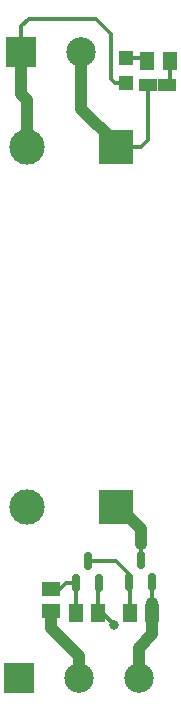
<source format=gbr>
%TF.GenerationSoftware,KiCad,Pcbnew,(6.0.6)*%
%TF.CreationDate,2023-06-07T09:40:16+01:00*%
%TF.ProjectId,DC_DC_Controller,44435f44-435f-4436-9f6e-74726f6c6c65,rev?*%
%TF.SameCoordinates,Original*%
%TF.FileFunction,Copper,L1,Top*%
%TF.FilePolarity,Positive*%
%FSLAX46Y46*%
G04 Gerber Fmt 4.6, Leading zero omitted, Abs format (unit mm)*
G04 Created by KiCad (PCBNEW (6.0.6)) date 2023-06-07 09:40:16*
%MOMM*%
%LPD*%
G01*
G04 APERTURE LIST*
G04 Aperture macros list*
%AMRoundRect*
0 Rectangle with rounded corners*
0 $1 Rounding radius*
0 $2 $3 $4 $5 $6 $7 $8 $9 X,Y pos of 4 corners*
0 Add a 4 corners polygon primitive as box body*
4,1,4,$2,$3,$4,$5,$6,$7,$8,$9,$2,$3,0*
0 Add four circle primitives for the rounded corners*
1,1,$1+$1,$2,$3*
1,1,$1+$1,$4,$5*
1,1,$1+$1,$6,$7*
1,1,$1+$1,$8,$9*
0 Add four rect primitives between the rounded corners*
20,1,$1+$1,$2,$3,$4,$5,0*
20,1,$1+$1,$4,$5,$6,$7,0*
20,1,$1+$1,$6,$7,$8,$9,0*
20,1,$1+$1,$8,$9,$2,$3,0*%
G04 Aperture macros list end*
%TA.AperFunction,SMDPad,CuDef*%
%ADD10R,1.500000X1.300000*%
%TD*%
%TA.AperFunction,SMDPad,CuDef*%
%ADD11R,1.300000X1.500000*%
%TD*%
%TA.AperFunction,SMDPad,CuDef*%
%ADD12R,1.500000X1.000000*%
%TD*%
%TA.AperFunction,SMDPad,CuDef*%
%ADD13RoundRect,0.150000X0.150000X-0.587500X0.150000X0.587500X-0.150000X0.587500X-0.150000X-0.587500X0*%
%TD*%
%TA.AperFunction,ComponentPad*%
%ADD14R,2.499360X2.499360*%
%TD*%
%TA.AperFunction,ComponentPad*%
%ADD15C,2.499360*%
%TD*%
%TA.AperFunction,ComponentPad*%
%ADD16C,3.000000*%
%TD*%
%TA.AperFunction,ComponentPad*%
%ADD17R,3.000000X3.000000*%
%TD*%
%TA.AperFunction,SMDPad,CuDef*%
%ADD18R,1.198880X1.198880*%
%TD*%
%TA.AperFunction,ViaPad*%
%ADD19C,0.800000*%
%TD*%
%TA.AperFunction,Conductor*%
%ADD20C,0.300000*%
%TD*%
%TA.AperFunction,Conductor*%
%ADD21C,1.000000*%
%TD*%
G04 APERTURE END LIST*
D10*
%TO.P,R4,2*%
%TO.N,Net-(J1-Pad2)*%
X151130000Y-123820000D03*
%TO.P,R4,1*%
%TO.N,Net-(Q1-Pad1)*%
X151130000Y-121920000D03*
%TD*%
D11*
%TO.P,R1,1*%
%TO.N,Net-(DCDC1-Pad1)*%
X155115200Y-124000000D03*
%TO.P,R1,2*%
%TO.N,Net-(Q1-Pad1)*%
X153215200Y-124000000D03*
%TD*%
%TO.P,R3,1*%
%TO.N,Net-(D1-Pad2)*%
X159258000Y-77216000D03*
%TO.P,R3,2*%
%TO.N,Net-(J5-Pad2)*%
X161158000Y-77216000D03*
%TD*%
D12*
%TO.P,J5,1,Pin_1*%
%TO.N,Net-(DCDC1-Pad3)*%
X159308800Y-79248000D03*
%TO.P,J5,2,Pin_2*%
%TO.N,Net-(J5-Pad2)*%
X160909000Y-79248000D03*
%TD*%
D13*
%TO.P,Q1,1,G*%
%TO.N,Net-(Q1-Pad1)*%
X153265200Y-121437500D03*
%TO.P,Q1,2,S*%
%TO.N,Net-(DCDC1-Pad1)*%
X155165200Y-121437500D03*
%TO.P,Q1,3,D*%
%TO.N,Net-(Q1-Pad3)*%
X154215200Y-119562500D03*
%TD*%
%TO.P,Q2,1,G*%
%TO.N,Net-(Q1-Pad3)*%
X157765200Y-121375000D03*
%TO.P,Q2,2,S*%
%TO.N,Net-(J1-Pad3)*%
X159665200Y-121375000D03*
%TO.P,Q2,3,D*%
%TO.N,Net-(DCDC1-Pad2)*%
X158715200Y-119500000D03*
%TD*%
D11*
%TO.P,R2,1*%
%TO.N,Net-(Q1-Pad3)*%
X157815200Y-124000000D03*
%TO.P,R2,2*%
%TO.N,Net-(J1-Pad3)*%
X159715200Y-124000000D03*
%TD*%
D14*
%TO.P,J1,1,Pin_1*%
%TO.N,Net-(DCDC1-Pad1)*%
X148420000Y-129500000D03*
D15*
%TO.P,J1,2,Pin_2*%
%TO.N,Net-(J1-Pad2)*%
X153500000Y-129500000D03*
%TO.P,J1,3,Pin_3*%
%TO.N,Net-(J1-Pad3)*%
X158580000Y-129500000D03*
%TD*%
D14*
%TO.P,J6,1,Pin_1*%
%TO.N,Net-(D1-Pad1)*%
X148590000Y-76500000D03*
D15*
%TO.P,J6,2,Pin_2*%
%TO.N,Net-(DCDC1-Pad3)*%
X153670000Y-76500000D03*
%TD*%
D16*
%TO.P,DCDC1,1,-Vin*%
%TO.N,Net-(DCDC1-Pad1)*%
X149105000Y-115000000D03*
D17*
%TO.P,DCDC1,2,+Vin*%
%TO.N,Net-(DCDC1-Pad2)*%
X156605000Y-115000000D03*
%TO.P,DCDC1,3,+Vout*%
%TO.N,Net-(DCDC1-Pad3)*%
X156605000Y-84500000D03*
D16*
%TO.P,DCDC1,4,-Vout*%
%TO.N,Net-(D1-Pad1)*%
X149105000Y-84500000D03*
%TD*%
D18*
%TO.P,D1,1,K*%
%TO.N,Net-(D1-Pad1)*%
X157480000Y-79060040D03*
%TO.P,D1,2,A*%
%TO.N,Net-(D1-Pad2)*%
X157480000Y-76962000D03*
%TD*%
D19*
%TO.N,Net-(DCDC1-Pad1)*%
X156464000Y-124968000D03*
%TD*%
D20*
%TO.N,Net-(DCDC1-Pad1)*%
X155496000Y-124000000D02*
X156464000Y-124968000D01*
X155115200Y-124000000D02*
X155496000Y-124000000D01*
%TO.N,Net-(Q1-Pad1)*%
X153215200Y-121487500D02*
X153265200Y-121437500D01*
X153215200Y-124000000D02*
X153215200Y-121487500D01*
D21*
%TO.N,Net-(J1-Pad3)*%
X159715200Y-125272800D02*
X159715200Y-123139200D01*
D20*
X159665200Y-121375000D02*
X159665200Y-123089200D01*
D21*
X159715200Y-123139200D02*
X159665200Y-123089200D01*
X159715200Y-125272800D02*
X159715200Y-124000000D01*
X159715200Y-125780800D02*
X159715200Y-125272800D01*
D20*
X159665200Y-123089200D02*
X159665200Y-123950000D01*
%TO.N,Net-(DCDC1-Pad2)*%
X158715200Y-118144800D02*
X158750000Y-118110000D01*
X158715200Y-119500000D02*
X158715200Y-118144800D01*
%TO.N,Net-(J1-Pad3)*%
X159665200Y-123950000D02*
X159715200Y-124000000D01*
%TO.N,Net-(Q1-Pad3)*%
X157815200Y-121425000D02*
X157765200Y-121375000D01*
X157815200Y-124000000D02*
X157815200Y-121425000D01*
%TO.N,Net-(DCDC1-Pad1)*%
X155115200Y-121487500D02*
X155165200Y-121437500D01*
X155115200Y-124000000D02*
X155115200Y-121487500D01*
%TO.N,Net-(Q1-Pad3)*%
X157765200Y-120681200D02*
X157765200Y-121375000D01*
X156646500Y-119562500D02*
X157765200Y-120681200D01*
X154215200Y-119562500D02*
X156646500Y-119562500D01*
%TO.N,Net-(Q1-Pad1)*%
X153239700Y-121412000D02*
X153265200Y-121437500D01*
X152400000Y-121412000D02*
X153239700Y-121412000D01*
X151892000Y-121920000D02*
X152400000Y-121412000D01*
X151130000Y-121920000D02*
X151892000Y-121920000D01*
D21*
%TO.N,Net-(J1-Pad2)*%
X153500000Y-127592000D02*
X151130000Y-125222000D01*
X153500000Y-129500000D02*
X153500000Y-127592000D01*
X151130000Y-125222000D02*
X151130000Y-123820000D01*
%TO.N,Net-(J1-Pad3)*%
X158580000Y-126916000D02*
X159715200Y-125780800D01*
X158580000Y-129500000D02*
X158580000Y-126916000D01*
%TO.N,Net-(DCDC1-Pad2)*%
X158750000Y-116840000D02*
X158750000Y-118110000D01*
X156910000Y-115000000D02*
X158750000Y-116840000D01*
X156605000Y-115000000D02*
X156910000Y-115000000D01*
%TO.N,Net-(DCDC1-Pad1)*%
X149925000Y-115000000D02*
X149105000Y-115000000D01*
%TO.N,Net-(DCDC1-Pad3)*%
X153670000Y-81280000D02*
X153670000Y-76500000D01*
X156605000Y-84215000D02*
X153670000Y-81280000D01*
D20*
X159308800Y-83896200D02*
X158705000Y-84500000D01*
X158705000Y-84500000D02*
X156605000Y-84500000D01*
X159308800Y-79248000D02*
X159308800Y-83896200D01*
D21*
X156605000Y-84500000D02*
X156605000Y-84215000D01*
%TO.N,Net-(D1-Pad1)*%
X149105000Y-80525000D02*
X148590000Y-80010000D01*
D20*
X154940000Y-73660000D02*
X149225000Y-73660000D01*
D21*
X148590000Y-80010000D02*
X148590000Y-76500000D01*
D20*
X157480000Y-79060040D02*
X156530040Y-79060040D01*
D21*
X149105000Y-84500000D02*
X149105000Y-80525000D01*
D20*
X156530040Y-79060040D02*
X156210000Y-78740000D01*
X156210000Y-74930000D02*
X154940000Y-73660000D01*
X148590000Y-74295000D02*
X148590000Y-76500000D01*
X156210000Y-78740000D02*
X156210000Y-74930000D01*
X149225000Y-73660000D02*
X148590000Y-74295000D01*
%TO.N,Net-(D1-Pad2)*%
X159004000Y-76962000D02*
X159258000Y-77216000D01*
X157480000Y-76962000D02*
X159004000Y-76962000D01*
%TO.N,Net-(J5-Pad2)*%
X161158000Y-77216000D02*
X161158000Y-78999000D01*
X161158000Y-78999000D02*
X160909000Y-79248000D01*
%TD*%
M02*

</source>
